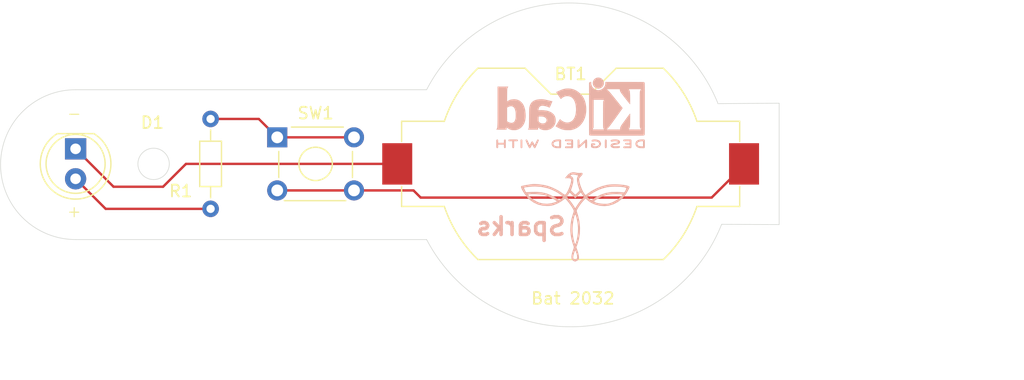
<source format=kicad_pcb>
(kicad_pcb (version 20240108) (generator "pcbnew") (generator_version "8.0")
  (title_block (title "LED torch") (company "Sparks"))
  (layers (0 "F.Cu" signal) (31 "B.Cu" signal) (34 "B.Paste" user) (35 "F.Paste" user) (36 "B.SilkS" user "B.Silkscreen") (37 "F.SilkS" user "F.Silkscreen") (38 "B.Mask" user) (39 "F.Mask" user) (44 "Edge.Cuts" user))
  (net 0 "")
  (net 1 "/bat_pos")
  (net 2 "/LED_cathode")
  (net 3 "/LED_anode")
  (net 4 "Net-(SW1A-A)")
  (footprint "Button_Switch_THT:SW_TH_Tactile_Omron_B3F-10xx" (layer "F.Cu") (at 131.37 134.8465)
    (property "Reference" "SW1" (at 3.25 -2.05 0) (layer "F.SilkS"))
    (property "Value" "SW_DPDT_x2")
    (pad "1" thru_hole rect (at 0 0) (size 1.7 1.7) (drill 1) (layers "*.Cu" "*.Mask") (net 4 "Net-(SW1A-A)"))
    (pad "1" thru_hole circle (at 6.5 0) (size 1.7 1.7) (drill 1) (layers "*.Cu" "*.Mask") (net 4 "Net-(SW1A-A)"))
    (pad "2" thru_hole circle (at 0 4.5) (size 1.7 1.7) (drill 1) (layers "*.Cu" "*.Mask") (net 1 "/bat_pos"))
    (pad "2" thru_hole circle (at 6.5 4.5) (size 1.7 1.7) (drill 1) (layers "*.Cu" "*.Mask") (net 1 "/bat_pos"))
  )
  (footprint "Battery:BatteryHolder_Keystone_1058_1x2032" (layer "F.Cu") (at 156.21 137.0965 180)
    (property "Reference" "BT1" (at 0 7.62 360) (layer "F.SilkS"))
    (property "Value" "Bat 2032" (at -0.19 -11.4035 0) (layer "F.SilkS"))
    (pad "1" smd rect (at -14.68 0 180) (size 2.54 3.51) (layers "F.Cu" "F.Paste" "F.Mask") (net 1 "/bat_pos"))
    (pad "2" smd rect (at 14.68 0 180) (size 2.54 3.51) (layers "F.Cu" "F.Paste" "F.Mask") (net 2 "/LED_cathode"))
  )
  (footprint "LED_THT:LED_D5.0mm" (layer "F.Cu") (at 114.3 135.8215 -90)
    (property "Reference" "D1" (at -2.2215 -6.5 180) (layer "F.SilkS"))
    (property "Value" "LED")
    (pad "1" thru_hole rect (at 0 0 270) (size 1.8 1.8) (drill 0.9) (layers "*.Cu" "*.Mask") (net 2 "/LED_cathode"))
    (pad "2" thru_hole circle (at 2.54 0 270) (size 1.8 1.8) (drill 0.9) (layers "*.Cu" "*.Mask") (net 3 "/LED_anode"))
  )
  (footprint "Resistor_THT:R_Axial_DIN0204_L3.6mm_D1.6mm_P7.62mm_Horizontal" (layer "F.Cu") (at 125.73 140.9065 90)
    (property "Reference" "R1" (at 1.5065 -2.53 180) (layer "F.SilkS"))
    (property "Value" "R")
    (pad "1" thru_hole circle (at 0 0 90) (size 1.4 1.4) (drill 0.7) (layers "*.Cu" "*.Mask") (net 3 "/LED_anode"))
    (pad "2" thru_hole oval (at 7.62 0 90) (size 1.4 1.4) (drill 0.7) (layers "*.Cu" "*.Mask") (net 4 "Net-(SW1A-A)"))
  )
  (footprint "Symbol:KiCad-Logo2_5mm_SilkScreen" (layer "B.Cu") (at 156.21 132.76 180)
    (property "Reference" "REF**" (hide yes))
    (property "Value" "KiCad-Logo2_5mm_SilkScreen" (hide yes))
  )
  (footprint "Graphics:phoenix_logo" (layer "B.Cu") (at 156.45 141.24 180)
    (property "Reference" "Sparks" (at 4.45 -1.16 0) (layer "B.SilkS") (effects (font (size 1.5 1.5) (thickness 0.3)) (justify mirror)))
    (property "Value" "LOGO" (hide yes))
  )
  (gr_line (start 114.3 143.51) (end 144.018 143.51) (stroke (width 0.05)) (layer "Edge.Cuts"))
  (gr_line (start 114.3 130.81) (end 144.018 130.81) (stroke (width 0.05)) (layer "Edge.Cuts"))
  (gr_line (start 168.68739 131.991244) (end 173.863 131.953) (stroke (width 0.05)) (layer "Edge.Cuts"))
  (gr_line (start 168.990721 142.221672) (end 173.863 142.24) (stroke (width 0.05)) (layer "Edge.Cuts"))
  (gr_arc (start 168.990721 142.221672) (mid 156.918234 150.888283) (end 144.018 143.51) (stroke (width 0.05)) (layer "Edge.Cuts"))
  (gr_circle (center 120.904 137.0965) (end 120.396 135.867718) (stroke (width 0.05)) (fill none) (layer "Edge.Cuts"))
  (gr_line (start 173.863 142.24) (end 173.863 131.953) (stroke (width 0.05)) (layer "Edge.Cuts"))
  (gr_arc (start 144.018001 130.81) (mid 156.732284 123.473193) (end 168.68739 131.991244) (stroke (width 0.05)) (layer "Edge.Cuts"))
  (gr_arc (start 114.3 143.51) (mid 107.95 137.16) (end 114.3 130.81) (stroke (width 0.05)) (layer "Edge.Cuts"))
  (gr_text "-" (at 113.5 133.4 0) (layer "F.SilkS") (effects (font (size 1 1) (thickness 0.1)) (justify left bottom)))
  (gr_text "+" (at 113.5 141.7 0) (layer "F.SilkS") (effects (font (size 1 1) (thickness 0.1)) (justify left bottom)))
  (segment (start 142.905 139.3465) (end 143.5125 139.954) (width 0.2) (layer "F.Cu") (net 1))
  (segment (start 137.87 139.3465) (end 142.905 139.3465) (width 0.2) (layer "F.Cu") (net 1))
  (segment (start 143.5125 139.954) (end 168.148 139.954) (width 0.2) (layer "F.Cu") (net 1))
  (segment (start 131.37 139.3465) (end 137.87 139.3465) (width 0.2) (layer "F.Cu") (net 1))
  (segment (start 170.89 137.212) (end 170.89 137.0965) (width 0.2) (layer "F.Cu") (net 1))
  (segment (start 168.148 139.954) (end 170.89 137.212) (width 0.2) (layer "F.Cu") (net 1))
  (segment (start 123.644338 137.0965) (end 141.53 137.0965) (width 0.2) (layer "F.Cu") (net 2))
  (segment (start 114.3 135.8215) (end 117.512597 139.034097) (width 0.2) (layer "F.Cu") (net 2))
  (segment (start 117.512597 139.034097) (end 121.706741 139.034097) (width 0.2) (layer "F.Cu") (net 2))
  (segment (start 121.706741 139.034097) (end 123.644338 137.0965) (width 0.2) (layer "F.Cu") (net 2))
  (segment (start 116.845 140.9065) (end 125.73 140.9065) (width 0.2) (layer "F.Cu") (net 3))
  (segment (start 114.3 138.3615) (end 116.845 140.9065) (width 0.2) (layer "F.Cu") (net 3))
  (segment (start 131.37 134.8465) (end 137.87 134.8465) (width 0.2) (layer "F.Cu") (net 4))
  (segment (start 129.81 133.2865) (end 131.37 134.8465) (width 0.2) (layer "F.Cu") (net 4))
  (segment (start 125.73 133.2865) (end 129.81 133.2865) (width 0.2) (layer "F.Cu") (net 4))
)
</source>
